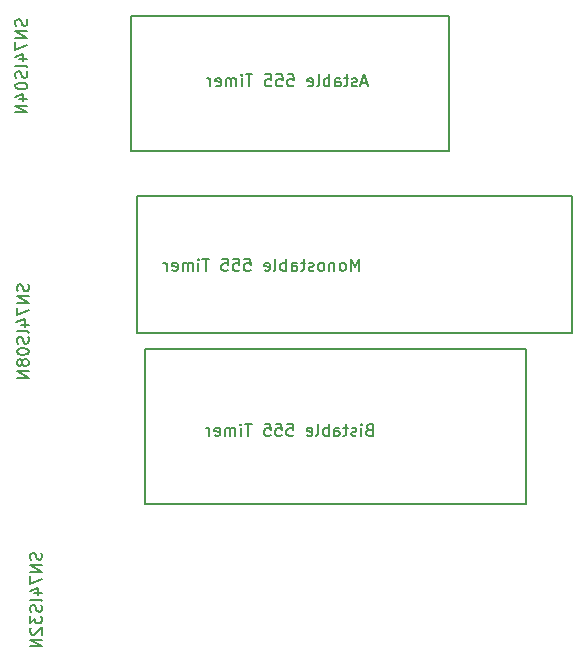
<source format=gbo>
%TF.GenerationSoftware,KiCad,Pcbnew,(6.0.7)*%
%TF.CreationDate,2022-08-17T23:10:38-05:00*%
%TF.ProjectId,clock_module,636c6f63-6b5f-46d6-9f64-756c652e6b69,rev?*%
%TF.SameCoordinates,Original*%
%TF.FileFunction,Legend,Bot*%
%TF.FilePolarity,Positive*%
%FSLAX46Y46*%
G04 Gerber Fmt 4.6, Leading zero omitted, Abs format (unit mm)*
G04 Created by KiCad (PCBNEW (6.0.7)) date 2022-08-17 23:10:38*
%MOMM*%
%LPD*%
G01*
G04 APERTURE LIST*
%ADD10C,0.150000*%
G04 APERTURE END LIST*
D10*
X139446000Y-95758000D02*
X176276000Y-95758000D01*
X176276000Y-95758000D02*
X176276000Y-107315000D01*
X176276000Y-107315000D02*
X139446000Y-107315000D01*
X139446000Y-107315000D02*
X139446000Y-95758000D01*
X138938000Y-80518000D02*
X165862000Y-80518000D01*
X165862000Y-80518000D02*
X165862000Y-91948000D01*
X165862000Y-91948000D02*
X138938000Y-91948000D01*
X138938000Y-91948000D02*
X138938000Y-80518000D01*
X140081000Y-108712000D02*
X172339000Y-108712000D01*
X172339000Y-108712000D02*
X172339000Y-121793000D01*
X172339000Y-121793000D02*
X140081000Y-121793000D01*
X140081000Y-121793000D02*
X140081000Y-108712000D01*
X131321410Y-125941587D02*
X131369029Y-126084444D01*
X131369029Y-126322539D01*
X131321410Y-126417778D01*
X131273791Y-126465397D01*
X131178553Y-126513016D01*
X131083315Y-126513016D01*
X130988077Y-126465397D01*
X130940458Y-126417778D01*
X130892839Y-126322539D01*
X130845220Y-126132063D01*
X130797601Y-126036825D01*
X130749982Y-125989206D01*
X130654744Y-125941587D01*
X130559506Y-125941587D01*
X130464268Y-125989206D01*
X130416649Y-126036825D01*
X130369029Y-126132063D01*
X130369029Y-126370158D01*
X130416649Y-126513016D01*
X131369029Y-126941587D02*
X130369029Y-126941587D01*
X131369029Y-127513016D01*
X130369029Y-127513016D01*
X130369029Y-127893968D02*
X130369029Y-128560635D01*
X131369029Y-128132063D01*
X130702363Y-129370158D02*
X131369029Y-129370158D01*
X130321410Y-129132063D02*
X131035696Y-128893968D01*
X131035696Y-129513016D01*
X131369029Y-130036825D02*
X131321410Y-129941587D01*
X131226172Y-129893968D01*
X130369029Y-129893968D01*
X131321410Y-130370158D02*
X131369029Y-130513016D01*
X131369029Y-130751111D01*
X131321410Y-130846349D01*
X131273791Y-130893968D01*
X131178553Y-130941587D01*
X131083315Y-130941587D01*
X130988077Y-130893968D01*
X130940458Y-130846349D01*
X130892839Y-130751111D01*
X130845220Y-130560635D01*
X130797601Y-130465397D01*
X130749982Y-130417778D01*
X130654744Y-130370158D01*
X130559506Y-130370158D01*
X130464268Y-130417778D01*
X130416649Y-130465397D01*
X130369029Y-130560635D01*
X130369029Y-130798730D01*
X130416649Y-130941587D01*
X130369029Y-131274920D02*
X130369029Y-131893968D01*
X130749982Y-131560635D01*
X130749982Y-131703492D01*
X130797601Y-131798730D01*
X130845220Y-131846349D01*
X130940458Y-131893968D01*
X131178553Y-131893968D01*
X131273791Y-131846349D01*
X131321410Y-131798730D01*
X131369029Y-131703492D01*
X131369029Y-131417778D01*
X131321410Y-131322539D01*
X131273791Y-131274920D01*
X130464268Y-132274920D02*
X130416649Y-132322539D01*
X130369029Y-132417778D01*
X130369029Y-132655873D01*
X130416649Y-132751111D01*
X130464268Y-132798730D01*
X130559506Y-132846349D01*
X130654744Y-132846349D01*
X130797601Y-132798730D01*
X131369029Y-132227301D01*
X131369029Y-132846349D01*
X131369029Y-133274920D02*
X130369029Y-133274920D01*
X131369029Y-133846349D01*
X130369029Y-133846349D01*
X130198761Y-103211809D02*
X130246380Y-103354666D01*
X130246380Y-103592761D01*
X130198761Y-103688000D01*
X130151142Y-103735619D01*
X130055904Y-103783238D01*
X129960666Y-103783238D01*
X129865428Y-103735619D01*
X129817809Y-103688000D01*
X129770190Y-103592761D01*
X129722571Y-103402285D01*
X129674952Y-103307047D01*
X129627333Y-103259428D01*
X129532095Y-103211809D01*
X129436857Y-103211809D01*
X129341619Y-103259428D01*
X129294000Y-103307047D01*
X129246380Y-103402285D01*
X129246380Y-103640380D01*
X129294000Y-103783238D01*
X130246380Y-104211809D02*
X129246380Y-104211809D01*
X130246380Y-104783238D01*
X129246380Y-104783238D01*
X129246380Y-105164190D02*
X129246380Y-105830857D01*
X130246380Y-105402285D01*
X129579714Y-106640380D02*
X130246380Y-106640380D01*
X129198761Y-106402285D02*
X129913047Y-106164190D01*
X129913047Y-106783238D01*
X130246380Y-107307047D02*
X130198761Y-107211809D01*
X130103523Y-107164190D01*
X129246380Y-107164190D01*
X130198761Y-107640380D02*
X130246380Y-107783238D01*
X130246380Y-108021333D01*
X130198761Y-108116571D01*
X130151142Y-108164190D01*
X130055904Y-108211809D01*
X129960666Y-108211809D01*
X129865428Y-108164190D01*
X129817809Y-108116571D01*
X129770190Y-108021333D01*
X129722571Y-107830857D01*
X129674952Y-107735619D01*
X129627333Y-107688000D01*
X129532095Y-107640380D01*
X129436857Y-107640380D01*
X129341619Y-107688000D01*
X129294000Y-107735619D01*
X129246380Y-107830857D01*
X129246380Y-108068952D01*
X129294000Y-108211809D01*
X129246380Y-108830857D02*
X129246380Y-108926095D01*
X129294000Y-109021333D01*
X129341619Y-109068952D01*
X129436857Y-109116571D01*
X129627333Y-109164190D01*
X129865428Y-109164190D01*
X130055904Y-109116571D01*
X130151142Y-109068952D01*
X130198761Y-109021333D01*
X130246380Y-108926095D01*
X130246380Y-108830857D01*
X130198761Y-108735619D01*
X130151142Y-108688000D01*
X130055904Y-108640380D01*
X129865428Y-108592761D01*
X129627333Y-108592761D01*
X129436857Y-108640380D01*
X129341619Y-108688000D01*
X129294000Y-108735619D01*
X129246380Y-108830857D01*
X129674952Y-109735619D02*
X129627333Y-109640380D01*
X129579714Y-109592761D01*
X129484476Y-109545142D01*
X129436857Y-109545142D01*
X129341619Y-109592761D01*
X129294000Y-109640380D01*
X129246380Y-109735619D01*
X129246380Y-109926095D01*
X129294000Y-110021333D01*
X129341619Y-110068952D01*
X129436857Y-110116571D01*
X129484476Y-110116571D01*
X129579714Y-110068952D01*
X129627333Y-110021333D01*
X129674952Y-109926095D01*
X129674952Y-109735619D01*
X129722571Y-109640380D01*
X129770190Y-109592761D01*
X129865428Y-109545142D01*
X130055904Y-109545142D01*
X130151142Y-109592761D01*
X130198761Y-109640380D01*
X130246380Y-109735619D01*
X130246380Y-109926095D01*
X130198761Y-110021333D01*
X130151142Y-110068952D01*
X130055904Y-110116571D01*
X129865428Y-110116571D01*
X129770190Y-110068952D01*
X129722571Y-110021333D01*
X129674952Y-109926095D01*
X130246380Y-110545142D02*
X129246380Y-110545142D01*
X130246380Y-111116571D01*
X129246380Y-111116571D01*
X130071761Y-80732809D02*
X130119380Y-80875666D01*
X130119380Y-81113761D01*
X130071761Y-81209000D01*
X130024142Y-81256619D01*
X129928904Y-81304238D01*
X129833666Y-81304238D01*
X129738428Y-81256619D01*
X129690809Y-81209000D01*
X129643190Y-81113761D01*
X129595571Y-80923285D01*
X129547952Y-80828047D01*
X129500333Y-80780428D01*
X129405095Y-80732809D01*
X129309857Y-80732809D01*
X129214619Y-80780428D01*
X129167000Y-80828047D01*
X129119380Y-80923285D01*
X129119380Y-81161380D01*
X129167000Y-81304238D01*
X130119380Y-81732809D02*
X129119380Y-81732809D01*
X130119380Y-82304238D01*
X129119380Y-82304238D01*
X129119380Y-82685190D02*
X129119380Y-83351857D01*
X130119380Y-82923285D01*
X129452714Y-84161380D02*
X130119380Y-84161380D01*
X129071761Y-83923285D02*
X129786047Y-83685190D01*
X129786047Y-84304238D01*
X130119380Y-84828047D02*
X130071761Y-84732809D01*
X129976523Y-84685190D01*
X129119380Y-84685190D01*
X130071761Y-85161380D02*
X130119380Y-85304238D01*
X130119380Y-85542333D01*
X130071761Y-85637571D01*
X130024142Y-85685190D01*
X129928904Y-85732809D01*
X129833666Y-85732809D01*
X129738428Y-85685190D01*
X129690809Y-85637571D01*
X129643190Y-85542333D01*
X129595571Y-85351857D01*
X129547952Y-85256619D01*
X129500333Y-85209000D01*
X129405095Y-85161380D01*
X129309857Y-85161380D01*
X129214619Y-85209000D01*
X129167000Y-85256619D01*
X129119380Y-85351857D01*
X129119380Y-85589952D01*
X129167000Y-85732809D01*
X129119380Y-86351857D02*
X129119380Y-86447095D01*
X129167000Y-86542333D01*
X129214619Y-86589952D01*
X129309857Y-86637571D01*
X129500333Y-86685190D01*
X129738428Y-86685190D01*
X129928904Y-86637571D01*
X130024142Y-86589952D01*
X130071761Y-86542333D01*
X130119380Y-86447095D01*
X130119380Y-86351857D01*
X130071761Y-86256619D01*
X130024142Y-86209000D01*
X129928904Y-86161380D01*
X129738428Y-86113761D01*
X129500333Y-86113761D01*
X129309857Y-86161380D01*
X129214619Y-86209000D01*
X129167000Y-86256619D01*
X129119380Y-86351857D01*
X129452714Y-87542333D02*
X130119380Y-87542333D01*
X129071761Y-87304238D02*
X129786047Y-87066142D01*
X129786047Y-87685190D01*
X130119380Y-88066142D02*
X129119380Y-88066142D01*
X130119380Y-88637571D01*
X129119380Y-88637571D01*
X158177476Y-102052380D02*
X158177476Y-101052380D01*
X157844142Y-101766666D01*
X157510809Y-101052380D01*
X157510809Y-102052380D01*
X156891761Y-102052380D02*
X156987000Y-102004761D01*
X157034619Y-101957142D01*
X157082238Y-101861904D01*
X157082238Y-101576190D01*
X157034619Y-101480952D01*
X156987000Y-101433333D01*
X156891761Y-101385714D01*
X156748904Y-101385714D01*
X156653666Y-101433333D01*
X156606047Y-101480952D01*
X156558428Y-101576190D01*
X156558428Y-101861904D01*
X156606047Y-101957142D01*
X156653666Y-102004761D01*
X156748904Y-102052380D01*
X156891761Y-102052380D01*
X156129857Y-101385714D02*
X156129857Y-102052380D01*
X156129857Y-101480952D02*
X156082238Y-101433333D01*
X155987000Y-101385714D01*
X155844142Y-101385714D01*
X155748904Y-101433333D01*
X155701285Y-101528571D01*
X155701285Y-102052380D01*
X155082238Y-102052380D02*
X155177476Y-102004761D01*
X155225095Y-101957142D01*
X155272714Y-101861904D01*
X155272714Y-101576190D01*
X155225095Y-101480952D01*
X155177476Y-101433333D01*
X155082238Y-101385714D01*
X154939380Y-101385714D01*
X154844142Y-101433333D01*
X154796523Y-101480952D01*
X154748904Y-101576190D01*
X154748904Y-101861904D01*
X154796523Y-101957142D01*
X154844142Y-102004761D01*
X154939380Y-102052380D01*
X155082238Y-102052380D01*
X154367952Y-102004761D02*
X154272714Y-102052380D01*
X154082238Y-102052380D01*
X153987000Y-102004761D01*
X153939380Y-101909523D01*
X153939380Y-101861904D01*
X153987000Y-101766666D01*
X154082238Y-101719047D01*
X154225095Y-101719047D01*
X154320333Y-101671428D01*
X154367952Y-101576190D01*
X154367952Y-101528571D01*
X154320333Y-101433333D01*
X154225095Y-101385714D01*
X154082238Y-101385714D01*
X153987000Y-101433333D01*
X153653666Y-101385714D02*
X153272714Y-101385714D01*
X153510809Y-101052380D02*
X153510809Y-101909523D01*
X153463190Y-102004761D01*
X153367952Y-102052380D01*
X153272714Y-102052380D01*
X152510809Y-102052380D02*
X152510809Y-101528571D01*
X152558428Y-101433333D01*
X152653666Y-101385714D01*
X152844142Y-101385714D01*
X152939380Y-101433333D01*
X152510809Y-102004761D02*
X152606047Y-102052380D01*
X152844142Y-102052380D01*
X152939380Y-102004761D01*
X152987000Y-101909523D01*
X152987000Y-101814285D01*
X152939380Y-101719047D01*
X152844142Y-101671428D01*
X152606047Y-101671428D01*
X152510809Y-101623809D01*
X152034619Y-102052380D02*
X152034619Y-101052380D01*
X152034619Y-101433333D02*
X151939380Y-101385714D01*
X151748904Y-101385714D01*
X151653666Y-101433333D01*
X151606047Y-101480952D01*
X151558428Y-101576190D01*
X151558428Y-101861904D01*
X151606047Y-101957142D01*
X151653666Y-102004761D01*
X151748904Y-102052380D01*
X151939380Y-102052380D01*
X152034619Y-102004761D01*
X150987000Y-102052380D02*
X151082238Y-102004761D01*
X151129857Y-101909523D01*
X151129857Y-101052380D01*
X150225095Y-102004761D02*
X150320333Y-102052380D01*
X150510809Y-102052380D01*
X150606047Y-102004761D01*
X150653666Y-101909523D01*
X150653666Y-101528571D01*
X150606047Y-101433333D01*
X150510809Y-101385714D01*
X150320333Y-101385714D01*
X150225095Y-101433333D01*
X150177476Y-101528571D01*
X150177476Y-101623809D01*
X150653666Y-101719047D01*
X148510809Y-101052380D02*
X148987000Y-101052380D01*
X149034619Y-101528571D01*
X148987000Y-101480952D01*
X148891761Y-101433333D01*
X148653666Y-101433333D01*
X148558428Y-101480952D01*
X148510809Y-101528571D01*
X148463190Y-101623809D01*
X148463190Y-101861904D01*
X148510809Y-101957142D01*
X148558428Y-102004761D01*
X148653666Y-102052380D01*
X148891761Y-102052380D01*
X148987000Y-102004761D01*
X149034619Y-101957142D01*
X147558428Y-101052380D02*
X148034619Y-101052380D01*
X148082238Y-101528571D01*
X148034619Y-101480952D01*
X147939380Y-101433333D01*
X147701285Y-101433333D01*
X147606047Y-101480952D01*
X147558428Y-101528571D01*
X147510809Y-101623809D01*
X147510809Y-101861904D01*
X147558428Y-101957142D01*
X147606047Y-102004761D01*
X147701285Y-102052380D01*
X147939380Y-102052380D01*
X148034619Y-102004761D01*
X148082238Y-101957142D01*
X146606047Y-101052380D02*
X147082238Y-101052380D01*
X147129857Y-101528571D01*
X147082238Y-101480952D01*
X146987000Y-101433333D01*
X146748904Y-101433333D01*
X146653666Y-101480952D01*
X146606047Y-101528571D01*
X146558428Y-101623809D01*
X146558428Y-101861904D01*
X146606047Y-101957142D01*
X146653666Y-102004761D01*
X146748904Y-102052380D01*
X146987000Y-102052380D01*
X147082238Y-102004761D01*
X147129857Y-101957142D01*
X145510809Y-101052380D02*
X144939380Y-101052380D01*
X145225095Y-102052380D02*
X145225095Y-101052380D01*
X144606047Y-102052380D02*
X144606047Y-101385714D01*
X144606047Y-101052380D02*
X144653666Y-101100000D01*
X144606047Y-101147619D01*
X144558428Y-101100000D01*
X144606047Y-101052380D01*
X144606047Y-101147619D01*
X144129857Y-102052380D02*
X144129857Y-101385714D01*
X144129857Y-101480952D02*
X144082238Y-101433333D01*
X143987000Y-101385714D01*
X143844142Y-101385714D01*
X143748904Y-101433333D01*
X143701285Y-101528571D01*
X143701285Y-102052380D01*
X143701285Y-101528571D02*
X143653666Y-101433333D01*
X143558428Y-101385714D01*
X143415571Y-101385714D01*
X143320333Y-101433333D01*
X143272714Y-101528571D01*
X143272714Y-102052380D01*
X142415571Y-102004761D02*
X142510809Y-102052380D01*
X142701285Y-102052380D01*
X142796523Y-102004761D01*
X142844142Y-101909523D01*
X142844142Y-101528571D01*
X142796523Y-101433333D01*
X142701285Y-101385714D01*
X142510809Y-101385714D01*
X142415571Y-101433333D01*
X142367952Y-101528571D01*
X142367952Y-101623809D01*
X142844142Y-101719047D01*
X141939380Y-102052380D02*
X141939380Y-101385714D01*
X141939380Y-101576190D02*
X141891761Y-101480952D01*
X141844142Y-101433333D01*
X141748904Y-101385714D01*
X141653666Y-101385714D01*
X159066666Y-115498571D02*
X158923809Y-115546190D01*
X158876190Y-115593809D01*
X158828571Y-115689047D01*
X158828571Y-115831904D01*
X158876190Y-115927142D01*
X158923809Y-115974761D01*
X159019047Y-116022380D01*
X159400000Y-116022380D01*
X159400000Y-115022380D01*
X159066666Y-115022380D01*
X158971428Y-115070000D01*
X158923809Y-115117619D01*
X158876190Y-115212857D01*
X158876190Y-115308095D01*
X158923809Y-115403333D01*
X158971428Y-115450952D01*
X159066666Y-115498571D01*
X159400000Y-115498571D01*
X158400000Y-116022380D02*
X158400000Y-115355714D01*
X158400000Y-115022380D02*
X158447619Y-115070000D01*
X158400000Y-115117619D01*
X158352380Y-115070000D01*
X158400000Y-115022380D01*
X158400000Y-115117619D01*
X157971428Y-115974761D02*
X157876190Y-116022380D01*
X157685714Y-116022380D01*
X157590476Y-115974761D01*
X157542857Y-115879523D01*
X157542857Y-115831904D01*
X157590476Y-115736666D01*
X157685714Y-115689047D01*
X157828571Y-115689047D01*
X157923809Y-115641428D01*
X157971428Y-115546190D01*
X157971428Y-115498571D01*
X157923809Y-115403333D01*
X157828571Y-115355714D01*
X157685714Y-115355714D01*
X157590476Y-115403333D01*
X157257142Y-115355714D02*
X156876190Y-115355714D01*
X157114285Y-115022380D02*
X157114285Y-115879523D01*
X157066666Y-115974761D01*
X156971428Y-116022380D01*
X156876190Y-116022380D01*
X156114285Y-116022380D02*
X156114285Y-115498571D01*
X156161904Y-115403333D01*
X156257142Y-115355714D01*
X156447619Y-115355714D01*
X156542857Y-115403333D01*
X156114285Y-115974761D02*
X156209523Y-116022380D01*
X156447619Y-116022380D01*
X156542857Y-115974761D01*
X156590476Y-115879523D01*
X156590476Y-115784285D01*
X156542857Y-115689047D01*
X156447619Y-115641428D01*
X156209523Y-115641428D01*
X156114285Y-115593809D01*
X155638095Y-116022380D02*
X155638095Y-115022380D01*
X155638095Y-115403333D02*
X155542857Y-115355714D01*
X155352380Y-115355714D01*
X155257142Y-115403333D01*
X155209523Y-115450952D01*
X155161904Y-115546190D01*
X155161904Y-115831904D01*
X155209523Y-115927142D01*
X155257142Y-115974761D01*
X155352380Y-116022380D01*
X155542857Y-116022380D01*
X155638095Y-115974761D01*
X154590476Y-116022380D02*
X154685714Y-115974761D01*
X154733333Y-115879523D01*
X154733333Y-115022380D01*
X153828571Y-115974761D02*
X153923809Y-116022380D01*
X154114285Y-116022380D01*
X154209523Y-115974761D01*
X154257142Y-115879523D01*
X154257142Y-115498571D01*
X154209523Y-115403333D01*
X154114285Y-115355714D01*
X153923809Y-115355714D01*
X153828571Y-115403333D01*
X153780952Y-115498571D01*
X153780952Y-115593809D01*
X154257142Y-115689047D01*
X152114285Y-115022380D02*
X152590476Y-115022380D01*
X152638095Y-115498571D01*
X152590476Y-115450952D01*
X152495238Y-115403333D01*
X152257142Y-115403333D01*
X152161904Y-115450952D01*
X152114285Y-115498571D01*
X152066666Y-115593809D01*
X152066666Y-115831904D01*
X152114285Y-115927142D01*
X152161904Y-115974761D01*
X152257142Y-116022380D01*
X152495238Y-116022380D01*
X152590476Y-115974761D01*
X152638095Y-115927142D01*
X151161904Y-115022380D02*
X151638095Y-115022380D01*
X151685714Y-115498571D01*
X151638095Y-115450952D01*
X151542857Y-115403333D01*
X151304761Y-115403333D01*
X151209523Y-115450952D01*
X151161904Y-115498571D01*
X151114285Y-115593809D01*
X151114285Y-115831904D01*
X151161904Y-115927142D01*
X151209523Y-115974761D01*
X151304761Y-116022380D01*
X151542857Y-116022380D01*
X151638095Y-115974761D01*
X151685714Y-115927142D01*
X150209523Y-115022380D02*
X150685714Y-115022380D01*
X150733333Y-115498571D01*
X150685714Y-115450952D01*
X150590476Y-115403333D01*
X150352380Y-115403333D01*
X150257142Y-115450952D01*
X150209523Y-115498571D01*
X150161904Y-115593809D01*
X150161904Y-115831904D01*
X150209523Y-115927142D01*
X150257142Y-115974761D01*
X150352380Y-116022380D01*
X150590476Y-116022380D01*
X150685714Y-115974761D01*
X150733333Y-115927142D01*
X149114285Y-115022380D02*
X148542857Y-115022380D01*
X148828571Y-116022380D02*
X148828571Y-115022380D01*
X148209523Y-116022380D02*
X148209523Y-115355714D01*
X148209523Y-115022380D02*
X148257142Y-115070000D01*
X148209523Y-115117619D01*
X148161904Y-115070000D01*
X148209523Y-115022380D01*
X148209523Y-115117619D01*
X147733333Y-116022380D02*
X147733333Y-115355714D01*
X147733333Y-115450952D02*
X147685714Y-115403333D01*
X147590476Y-115355714D01*
X147447619Y-115355714D01*
X147352380Y-115403333D01*
X147304761Y-115498571D01*
X147304761Y-116022380D01*
X147304761Y-115498571D02*
X147257142Y-115403333D01*
X147161904Y-115355714D01*
X147019047Y-115355714D01*
X146923809Y-115403333D01*
X146876190Y-115498571D01*
X146876190Y-116022380D01*
X146019047Y-115974761D02*
X146114285Y-116022380D01*
X146304761Y-116022380D01*
X146400000Y-115974761D01*
X146447619Y-115879523D01*
X146447619Y-115498571D01*
X146400000Y-115403333D01*
X146304761Y-115355714D01*
X146114285Y-115355714D01*
X146019047Y-115403333D01*
X145971428Y-115498571D01*
X145971428Y-115593809D01*
X146447619Y-115689047D01*
X145542857Y-116022380D02*
X145542857Y-115355714D01*
X145542857Y-115546190D02*
X145495238Y-115450952D01*
X145447619Y-115403333D01*
X145352380Y-115355714D01*
X145257142Y-115355714D01*
X158884095Y-86145666D02*
X158407904Y-86145666D01*
X158979333Y-86431380D02*
X158646000Y-85431380D01*
X158312666Y-86431380D01*
X158026952Y-86383761D02*
X157931714Y-86431380D01*
X157741238Y-86431380D01*
X157646000Y-86383761D01*
X157598380Y-86288523D01*
X157598380Y-86240904D01*
X157646000Y-86145666D01*
X157741238Y-86098047D01*
X157884095Y-86098047D01*
X157979333Y-86050428D01*
X158026952Y-85955190D01*
X158026952Y-85907571D01*
X157979333Y-85812333D01*
X157884095Y-85764714D01*
X157741238Y-85764714D01*
X157646000Y-85812333D01*
X157312666Y-85764714D02*
X156931714Y-85764714D01*
X157169809Y-85431380D02*
X157169809Y-86288523D01*
X157122190Y-86383761D01*
X157026952Y-86431380D01*
X156931714Y-86431380D01*
X156169809Y-86431380D02*
X156169809Y-85907571D01*
X156217428Y-85812333D01*
X156312666Y-85764714D01*
X156503142Y-85764714D01*
X156598380Y-85812333D01*
X156169809Y-86383761D02*
X156265047Y-86431380D01*
X156503142Y-86431380D01*
X156598380Y-86383761D01*
X156646000Y-86288523D01*
X156646000Y-86193285D01*
X156598380Y-86098047D01*
X156503142Y-86050428D01*
X156265047Y-86050428D01*
X156169809Y-86002809D01*
X155693619Y-86431380D02*
X155693619Y-85431380D01*
X155693619Y-85812333D02*
X155598380Y-85764714D01*
X155407904Y-85764714D01*
X155312666Y-85812333D01*
X155265047Y-85859952D01*
X155217428Y-85955190D01*
X155217428Y-86240904D01*
X155265047Y-86336142D01*
X155312666Y-86383761D01*
X155407904Y-86431380D01*
X155598380Y-86431380D01*
X155693619Y-86383761D01*
X154646000Y-86431380D02*
X154741238Y-86383761D01*
X154788857Y-86288523D01*
X154788857Y-85431380D01*
X153884095Y-86383761D02*
X153979333Y-86431380D01*
X154169809Y-86431380D01*
X154265047Y-86383761D01*
X154312666Y-86288523D01*
X154312666Y-85907571D01*
X154265047Y-85812333D01*
X154169809Y-85764714D01*
X153979333Y-85764714D01*
X153884095Y-85812333D01*
X153836476Y-85907571D01*
X153836476Y-86002809D01*
X154312666Y-86098047D01*
X152169809Y-85431380D02*
X152646000Y-85431380D01*
X152693619Y-85907571D01*
X152646000Y-85859952D01*
X152550761Y-85812333D01*
X152312666Y-85812333D01*
X152217428Y-85859952D01*
X152169809Y-85907571D01*
X152122190Y-86002809D01*
X152122190Y-86240904D01*
X152169809Y-86336142D01*
X152217428Y-86383761D01*
X152312666Y-86431380D01*
X152550761Y-86431380D01*
X152646000Y-86383761D01*
X152693619Y-86336142D01*
X151217428Y-85431380D02*
X151693619Y-85431380D01*
X151741238Y-85907571D01*
X151693619Y-85859952D01*
X151598380Y-85812333D01*
X151360285Y-85812333D01*
X151265047Y-85859952D01*
X151217428Y-85907571D01*
X151169809Y-86002809D01*
X151169809Y-86240904D01*
X151217428Y-86336142D01*
X151265047Y-86383761D01*
X151360285Y-86431380D01*
X151598380Y-86431380D01*
X151693619Y-86383761D01*
X151741238Y-86336142D01*
X150265047Y-85431380D02*
X150741238Y-85431380D01*
X150788857Y-85907571D01*
X150741238Y-85859952D01*
X150646000Y-85812333D01*
X150407904Y-85812333D01*
X150312666Y-85859952D01*
X150265047Y-85907571D01*
X150217428Y-86002809D01*
X150217428Y-86240904D01*
X150265047Y-86336142D01*
X150312666Y-86383761D01*
X150407904Y-86431380D01*
X150646000Y-86431380D01*
X150741238Y-86383761D01*
X150788857Y-86336142D01*
X149169809Y-85431380D02*
X148598380Y-85431380D01*
X148884095Y-86431380D02*
X148884095Y-85431380D01*
X148265047Y-86431380D02*
X148265047Y-85764714D01*
X148265047Y-85431380D02*
X148312666Y-85479000D01*
X148265047Y-85526619D01*
X148217428Y-85479000D01*
X148265047Y-85431380D01*
X148265047Y-85526619D01*
X147788857Y-86431380D02*
X147788857Y-85764714D01*
X147788857Y-85859952D02*
X147741238Y-85812333D01*
X147646000Y-85764714D01*
X147503142Y-85764714D01*
X147407904Y-85812333D01*
X147360285Y-85907571D01*
X147360285Y-86431380D01*
X147360285Y-85907571D02*
X147312666Y-85812333D01*
X147217428Y-85764714D01*
X147074571Y-85764714D01*
X146979333Y-85812333D01*
X146931714Y-85907571D01*
X146931714Y-86431380D01*
X146074571Y-86383761D02*
X146169809Y-86431380D01*
X146360285Y-86431380D01*
X146455523Y-86383761D01*
X146503142Y-86288523D01*
X146503142Y-85907571D01*
X146455523Y-85812333D01*
X146360285Y-85764714D01*
X146169809Y-85764714D01*
X146074571Y-85812333D01*
X146026952Y-85907571D01*
X146026952Y-86002809D01*
X146503142Y-86098047D01*
X145598380Y-86431380D02*
X145598380Y-85764714D01*
X145598380Y-85955190D02*
X145550761Y-85859952D01*
X145503142Y-85812333D01*
X145407904Y-85764714D01*
X145312666Y-85764714D01*
M02*

</source>
